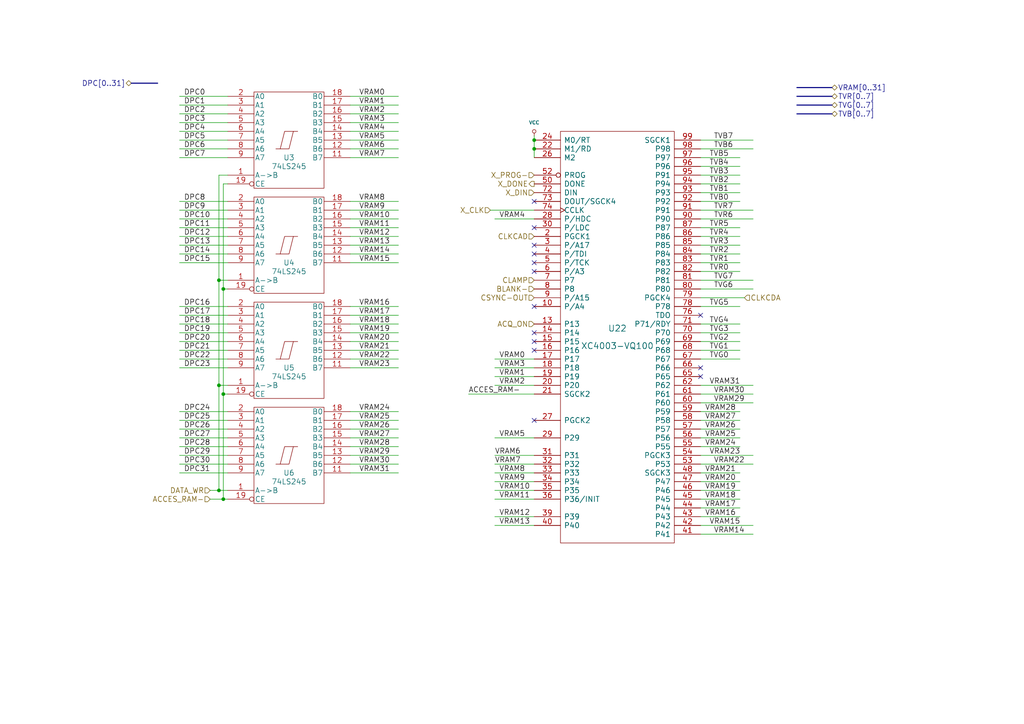
<source format=kicad_sch>
(kicad_sch (version 20211123) (generator eeschema)
  (paper "A4")
  (title_block (title "Video") (date "Sun 22 Mar 2015") (rev "2.0B") (company "Kicad EDA"))
  (lib_symbols
    (symbol "video_schlib:74LS245" (pin_names (offset 0.254))
      (property "Reference" "U" (at 2.54 14.605 0))
      (property "Value" "74LS245" (at 1.27 -14.605 0))
      (symbol "74LS245_0_0"
        (pin power_in line (at 0 -13.97 90) (length 0) hide (name "GND") (number "10"))
        (pin power_in line (at 0 13.97 270) (length 0) hide (name "VCC") (number "20"))
      )
      (symbol "74LS245_0_1"
        (rectangle (start -10.16 13.97) (end 10.16 -13.97))
        (polyline (pts (xy 1.27 2.54) (xy 0 -2.54) (xy -2.54 -2.54)))
        (polyline (pts (xy 2.54 2.54) (xy -1.27 2.54) (xy -2.54 -2.54) (xy -3.81 -2.54)))
      )
      (symbol "74LS245_1_1"
        (pin input line (at -17.78 -10.16 0) (length 7.62) (name "A->B") (number "1"))
        (pin tri_state line (at 17.78 -5.08 180) (length 7.62) (name "B7") (number "11"))
        (pin tri_state line (at 17.78 -2.54 180) (length 7.62) (name "B6") (number "12"))
        (pin tri_state line (at 17.78 0 180) (length 7.62) (name "B5") (number "13"))
        (pin tri_state line (at 17.78 2.54 180) (length 7.62) (name "B4") (number "14"))
        (pin tri_state line (at 17.78 5.08 180) (length 7.62) (name "B3") (number "15"))
        (pin tri_state line (at 17.78 7.62 180) (length 7.62) (name "B2") (number "16"))
        (pin tri_state line (at 17.78 10.16 180) (length 7.62) (name "B1") (number "17"))
        (pin tri_state line (at 17.78 12.7 180) (length 7.62) (name "B0") (number "18"))
        (pin input inverted (at -17.78 -12.7 0) (length 7.62) (name "CE") (number "19"))
        (pin tri_state line (at -17.78 12.7 0) (length 7.62) (name "A0") (number "2"))
        (pin tri_state line (at -17.78 10.16 0) (length 7.62) (name "A1") (number "3"))
        (pin tri_state line (at -17.78 7.62 0) (length 7.62) (name "A2") (number "4"))
        (pin tri_state line (at -17.78 5.08 0) (length 7.62) (name "A3") (number "5"))
        (pin tri_state line (at -17.78 2.54 0) (length 7.62) (name "A4") (number "6"))
        (pin tri_state line (at -17.78 0 0) (length 7.62) (name "A5") (number "7"))
        (pin tri_state line (at -17.78 -2.54 0) (length 7.62) (name "A6") (number "8"))
        (pin tri_state line (at -17.78 -5.08 0) (length 7.62) (name "A7") (number "9"))
      )
    )
    (symbol "video_schlib:VCC" (power) (pin_names (offset 0))
      (property "Value" "VCC" (at 0 2.54 0))
      (symbol "VCC_0_0"
        (pin power_in line (at 0 0 90) (length 0) hide (name "VCC") (number "1"))
      )
      (symbol "VCC_0_1"
        (polyline (pts (xy 0 0) (xy 0 0.762) (xy 0 0.762)))
        (circle (center 0 1.27) (radius 0.508))
      )
    )
    (symbol "video_schlib:XC4003-VQ100" (pin_names (offset 1.016))
      (property "Reference" "U" (at 0 2.54 0))
      (property "Value" "XC4003-VQ100" (at 0 -2.54 0))
      (symbol "XC4003-VQ100_0_1"
        (rectangle (start -16.51 -59.69) (end 16.51 59.69))
      )
      (symbol "XC4003-VQ100_1_1"
        (pin power_in line (at -13.97 -59.69 90) (length 0) hide (name "GND") (number "1"))
        (pin passive line (at -24.13 8.89 0) (length 7.62) (name "P/A4") (number "10"))
        (pin power_in line (at 3.81 59.69 270) (length 0) hide (name "VCC") (number "100"))
        (pin power_in line (at -11.43 -59.69 90) (length 0) hide (name "GND") (number "11"))
        (pin power_in line (at -13.97 59.69 270) (length 0) hide (name "VCC") (number "12"))
        (pin bidirectional line (at -24.13 3.81 0) (length 7.62) (name "P13") (number "13"))
        (pin passive line (at -24.13 1.27 0) (length 7.62) (name "P14") (number "14"))
        (pin passive line (at -24.13 -1.27 0) (length 7.62) (name "P15") (number "15"))
        (pin passive line (at -24.13 -3.81 0) (length 7.62) (name "P16") (number "16"))
        (pin passive line (at -24.13 -6.35 0) (length 7.62) (name "P17") (number "17"))
        (pin passive line (at -24.13 -8.89 0) (length 7.62) (name "P18") (number "18"))
        (pin passive line (at -24.13 -11.43 0) (length 7.62) (name "P19") (number "19"))
        (pin passive line (at -24.13 29.21 0) (length 7.62) (name "PGCK1") (number "2"))
        (pin passive line (at -24.13 -13.97 0) (length 7.62) (name "P20") (number "20"))
        (pin passive line (at -24.13 -16.51 0) (length 7.62) (name "SGCK2") (number "21"))
        (pin input line (at -24.13 54.61 0) (length 7.62) (name "M1/RD") (number "22"))
        (pin power_in line (at -8.89 -59.69 90) (length 0) hide (name "GND") (number "23"))
        (pin input line (at -24.13 57.15 0) (length 7.62) (name "M0/RT") (number "24"))
        (pin power_in line (at -11.43 59.69 270) (length 0) hide (name "VCC") (number "25"))
        (pin passive line (at -24.13 52.07 0) (length 7.62) (name "M2") (number "26"))
        (pin passive line (at -24.13 -24.13 0) (length 7.62) (name "PGCK2") (number "27"))
        (pin passive line (at -24.13 34.29 0) (length 7.62) (name "P/HDC") (number "28"))
        (pin passive line (at -24.13 -29.21 0) (length 7.62) (name "P29") (number "29"))
        (pin passive line (at -24.13 26.67 0) (length 7.62) (name "P/A17") (number "3"))
        (pin passive line (at -24.13 31.75 0) (length 7.62) (name "P/LDC") (number "30"))
        (pin passive line (at -24.13 -34.29 0) (length 7.62) (name "P31") (number "31"))
        (pin passive line (at -24.13 -36.83 0) (length 7.62) (name "P32") (number "32"))
        (pin passive line (at -24.13 -39.37 0) (length 7.62) (name "P33") (number "33"))
        (pin passive line (at -24.13 -41.91 0) (length 7.62) (name "P34") (number "34"))
        (pin passive line (at -24.13 -44.45 0) (length 7.62) (name "P35") (number "35"))
        (pin passive line (at -24.13 -46.99 0) (length 7.62) (name "P36/INIT") (number "36"))
        (pin power_in line (at -8.89 59.69 270) (length 0) hide (name "VCC") (number "37"))
        (pin power_in line (at -6.35 -59.69 90) (length 0) hide (name "GND") (number "38"))
        (pin passive line (at -24.13 -52.07 0) (length 7.62) (name "P39") (number "39"))
        (pin passive line (at -24.13 24.13 0) (length 7.62) (name "P/TDI") (number "4"))
        (pin passive line (at -24.13 -54.61 0) (length 7.62) (name "P40") (number "40"))
        (pin passive line (at 24.13 -57.15 180) (length 7.62) (name "P41") (number "41"))
        (pin passive line (at 24.13 -54.61 180) (length 7.62) (name "P42") (number "42"))
        (pin passive line (at 24.13 -52.07 180) (length 7.62) (name "P43") (number "43"))
        (pin passive line (at 24.13 -49.53 180) (length 7.62) (name "P44") (number "44"))
        (pin passive line (at 24.13 -46.99 180) (length 7.62) (name "P45") (number "45"))
        (pin passive line (at 24.13 -44.45 180) (length 7.62) (name "P46") (number "46"))
        (pin passive line (at 24.13 -41.91 180) (length 7.62) (name "P47") (number "47"))
        (pin passive line (at 24.13 -39.37 180) (length 7.62) (name "SGCK3") (number "48"))
        (pin power_in line (at -3.81 -59.69 90) (length 0) hide (name "GND") (number "49"))
        (pin passive line (at -24.13 21.59 0) (length 7.62) (name "P/TCK") (number "5"))
        (pin open_collector line (at -24.13 44.45 0) (length 7.62) (name "DONE") (number "50"))
        (pin power_in line (at -6.35 59.69 270) (length 0) hide (name "VCC") (number "51"))
        (pin input inverted (at -24.13 46.99 0) (length 7.62) (name "PROG") (number "52"))
        (pin bidirectional line (at 24.13 -36.83 180) (length 7.62) (name "P53") (number "53"))
        (pin bidirectional line (at 24.13 -34.29 180) (length 7.62) (name "PGCK3") (number "54"))
        (pin passive line (at 24.13 -31.75 180) (length 7.62) (name "P55") (number "55"))
        (pin bidirectional line (at 24.13 -29.21 180) (length 7.62) (name "P56") (number "56"))
        (pin passive line (at 24.13 -26.67 180) (length 7.62) (name "P57") (number "57"))
        (pin passive line (at 24.13 -24.13 180) (length 7.62) (name "P58") (number "58"))
        (pin passive line (at 24.13 -21.59 180) (length 7.62) (name "P59") (number "59"))
        (pin passive line (at -24.13 19.05 0) (length 7.62) (name "P/A3") (number "6"))
        (pin passive line (at 24.13 -19.05 180) (length 7.62) (name "P60") (number "60"))
        (pin passive line (at 24.13 -16.51 180) (length 7.62) (name "P61") (number "61"))
        (pin passive line (at 24.13 -13.97 180) (length 7.62) (name "P62") (number "62"))
        (pin power_in line (at -3.81 59.69 270) (length 0) hide (name "VCC") (number "63"))
        (pin power_in line (at -1.27 -59.69 90) (length 0) hide (name "GND") (number "64"))
        (pin passive line (at 24.13 -11.43 180) (length 7.62) (name "P65") (number "65"))
        (pin passive line (at 24.13 -8.89 180) (length 7.62) (name "P66") (number "66"))
        (pin passive line (at 24.13 -6.35 180) (length 7.62) (name "P67") (number "67"))
        (pin passive line (at 24.13 -3.81 180) (length 7.62) (name "P68") (number "68"))
        (pin passive line (at 24.13 -1.27 180) (length 7.62) (name "P69") (number "69"))
        (pin passive line (at -24.13 16.51 0) (length 7.62) (name "P7") (number "7"))
        (pin passive line (at 24.13 1.27 180) (length 7.62) (name "P70") (number "70"))
        (pin passive line (at 24.13 3.81 180) (length 7.62) (name "P71/RDY") (number "71"))
        (pin passive line (at -24.13 41.91 0) (length 7.62) (name "DIN") (number "72"))
        (pin passive line (at -24.13 39.37 0) (length 7.62) (name "DOUT/SGCK4") (number "73"))
        (pin input clock (at -24.13 36.83 0) (length 7.62) (name "CCLK") (number "74"))
        (pin power_in line (at -1.27 59.69 270) (length 0) hide (name "VCC") (number "75"))
        (pin output line (at 24.13 6.35 180) (length 7.62) (name "TDO") (number "76"))
        (pin power_in line (at 1.27 -59.69 90) (length 0) hide (name "GND") (number "77"))
        (pin passive line (at 24.13 8.89 180) (length 7.62) (name "P78") (number "78"))
        (pin passive line (at 24.13 11.43 180) (length 7.62) (name "PGCK4") (number "79"))
        (pin passive line (at -24.13 13.97 0) (length 7.62) (name "P8") (number "8"))
        (pin passive line (at 24.13 13.97 180) (length 7.62) (name "P80") (number "80"))
        (pin passive line (at 24.13 16.51 180) (length 7.62) (name "P81") (number "81"))
        (pin passive line (at 24.13 19.05 180) (length 7.62) (name "P82") (number "82"))
        (pin passive line (at 24.13 21.59 180) (length 7.62) (name "P83") (number "83"))
        (pin passive line (at 24.13 24.13 180) (length 7.62) (name "P84") (number "84"))
        (pin passive line (at 24.13 26.67 180) (length 7.62) (name "P85") (number "85"))
        (pin passive line (at 24.13 29.21 180) (length 7.62) (name "P86") (number "86"))
        (pin passive line (at 24.13 31.75 180) (length 7.62) (name "P87") (number "87"))
        (pin power_in line (at 3.81 -59.69 90) (length 0) hide (name "GND") (number "88"))
        (pin power_in line (at 1.27 59.69 270) (length 0) hide (name "VCC") (number "89"))
        (pin passive line (at -24.13 11.43 0) (length 7.62) (name "P/A15") (number "9"))
        (pin bidirectional line (at 24.13 34.29 180) (length 7.62) (name "P90") (number "90"))
        (pin passive line (at 24.13 36.83 180) (length 7.62) (name "P91") (number "91"))
        (pin passive line (at 24.13 39.37 180) (length 7.62) (name "P92") (number "92"))
        (pin passive line (at 24.13 41.91 180) (length 7.62) (name "P93") (number "93"))
        (pin passive line (at 24.13 44.45 180) (length 7.62) (name "P94") (number "94"))
        (pin passive line (at 24.13 46.99 180) (length 7.62) (name "P91") (number "95"))
        (pin passive line (at 24.13 49.53 180) (length 7.62) (name "P96") (number "96"))
        (pin passive line (at 24.13 52.07 180) (length 7.62) (name "P97") (number "97"))
        (pin bidirectional line (at 24.13 54.61 180) (length 7.62) (name "P98") (number "98"))
        (pin bidirectional line (at 24.13 57.15 180) (length 7.62) (name "SGCK1") (number "99"))
      )
    )
  )
  (junction (at 154.94 40.64) (diameter 0.9144))
  (junction (at 64.77 144.78) (diameter 0.9144))
  (junction (at 63.5 81.28) (diameter 0.9144))
  (junction (at 154.94 43.18) (diameter 0.9144))
  (junction (at 64.77 114.3) (diameter 0.9144))
  (junction (at 63.5 111.76) (diameter 0.9144))
  (junction (at 64.77 83.82) (diameter 0.9144))
  (junction (at 63.5 142.24) (diameter 0.9144))
  (no_connect (at 154.94 96.52))
  (no_connect (at 154.94 58.42))
  (no_connect (at 154.94 73.66))
  (no_connect (at 154.94 78.74))
  (no_connect (at 154.94 66.04))
  (no_connect (at 154.94 71.12))
  (no_connect (at 203.2 109.22))
  (no_connect (at 203.2 91.44))
  (no_connect (at 154.94 88.9))
  (no_connect (at 154.94 76.2))
  (no_connect (at 203.2 106.68))
  (no_connect (at 154.94 121.92))
  (no_connect (at 154.94 99.06))
  (no_connect (at 154.94 101.6))
  (wire (pts (xy 66.04 101.6) (xy 52.07 101.6)))
  (wire (pts (xy 143.51 149.86) (xy 154.94 149.86)))
  (wire (pts (xy 101.6 93.98) (xy 115.57 93.98)))
  (wire (pts (xy 154.94 40.64) (xy 154.94 39.37)))
  (wire (pts (xy 203.2 93.98) (xy 214.63 93.98)))
  (wire (pts (xy 203.2 101.6) (xy 214.63 101.6)))
  (wire (pts (xy 154.94 43.18) (xy 154.94 40.64)))
  (wire (pts (xy 143.51 127) (xy 154.94 127)))
  (wire (pts (xy 63.5 50.8) (xy 66.04 50.8)))
  (wire (pts (xy 143.51 144.78) (xy 154.94 144.78)))
  (wire (pts (xy 63.5 142.24) (xy 66.04 142.24)))
  (wire (pts (xy 66.04 63.5) (xy 52.07 63.5)))
  (wire (pts (xy 154.94 45.72) (xy 154.94 43.18)))
  (wire (pts (xy 101.6 45.72) (xy 115.57 45.72)))
  (wire (pts (xy 66.04 45.72) (xy 52.07 45.72)))
  (wire (pts (xy 66.04 66.04) (xy 52.07 66.04)))
  (wire (pts (xy 66.04 27.94) (xy 52.07 27.94)))
  (wire (pts (xy 66.04 58.42) (xy 52.07 58.42)))
  (wire (pts (xy 101.6 58.42) (xy 115.57 58.42)))
  (wire (pts (xy 101.6 134.62) (xy 115.57 134.62)))
  (wire (pts (xy 64.77 83.82) (xy 64.77 53.34)))
  (wire (pts (xy 203.2 45.72) (xy 214.63 45.72)))
  (wire (pts (xy 203.2 121.92) (xy 214.63 121.92)))
  (wire (pts (xy 218.44 81.28) (xy 203.2 81.28)))
  (wire (pts (xy 203.2 139.7) (xy 214.63 139.7)))
  (bus (pts (xy 231.14 25.4) (xy 241.3 25.4)))
  (wire (pts (xy 203.2 88.9) (xy 214.63 88.9)))
  (wire (pts (xy 218.44 152.4) (xy 203.2 152.4)))
  (wire (pts (xy 66.04 88.9) (xy 52.07 88.9)))
  (wire (pts (xy 218.44 114.3) (xy 203.2 114.3)))
  (wire (pts (xy 66.04 83.82) (xy 64.77 83.82)))
  (wire (pts (xy 66.04 30.48) (xy 52.07 30.48)))
  (wire (pts (xy 66.04 132.08) (xy 52.07 132.08)))
  (wire (pts (xy 154.94 60.96) (xy 142.24 60.96)))
  (wire (pts (xy 101.6 91.44) (xy 115.57 91.44)))
  (wire (pts (xy 101.6 101.6) (xy 115.57 101.6)))
  (wire (pts (xy 66.04 73.66) (xy 52.07 73.66)))
  (wire (pts (xy 66.04 35.56) (xy 52.07 35.56)))
  (wire (pts (xy 143.51 111.76) (xy 154.94 111.76)))
  (wire (pts (xy 143.51 152.4) (xy 154.94 152.4)))
  (wire (pts (xy 203.2 78.74) (xy 214.63 78.74)))
  (wire (pts (xy 203.2 124.46) (xy 214.63 124.46)))
  (wire (pts (xy 101.6 35.56) (xy 115.57 35.56)))
  (bus (pts (xy 231.14 30.48) (xy 241.3 30.48)))
  (wire (pts (xy 101.6 63.5) (xy 115.57 63.5)))
  (wire (pts (xy 101.6 73.66) (xy 115.57 73.66)))
  (wire (pts (xy 203.2 127) (xy 214.63 127)))
  (wire (pts (xy 66.04 127) (xy 52.07 127)))
  (wire (pts (xy 218.44 132.08) (xy 203.2 132.08)))
  (wire (pts (xy 66.04 119.38) (xy 52.07 119.38)))
  (wire (pts (xy 63.5 111.76) (xy 63.5 81.28)))
  (wire (pts (xy 101.6 137.16) (xy 115.57 137.16)))
  (wire (pts (xy 64.77 114.3) (xy 64.77 83.82)))
  (wire (pts (xy 101.6 43.18) (xy 115.57 43.18)))
  (wire (pts (xy 66.04 114.3) (xy 64.77 114.3)))
  (wire (pts (xy 101.6 66.04) (xy 115.57 66.04)))
  (wire (pts (xy 101.6 121.92) (xy 115.57 121.92)))
  (wire (pts (xy 203.2 66.04) (xy 214.63 66.04)))
  (wire (pts (xy 218.44 111.76) (xy 203.2 111.76)))
  (wire (pts (xy 64.77 53.34) (xy 66.04 53.34)))
  (wire (pts (xy 203.2 144.78) (xy 214.63 144.78)))
  (wire (pts (xy 101.6 124.46) (xy 115.57 124.46)))
  (wire (pts (xy 218.44 43.18) (xy 203.2 43.18)))
  (wire (pts (xy 66.04 93.98) (xy 52.07 93.98)))
  (wire (pts (xy 203.2 50.8) (xy 214.63 50.8)))
  (wire (pts (xy 66.04 121.92) (xy 52.07 121.92)))
  (wire (pts (xy 203.2 73.66) (xy 214.63 73.66)))
  (wire (pts (xy 203.2 99.06) (xy 214.63 99.06)))
  (wire (pts (xy 66.04 99.06) (xy 52.07 99.06)))
  (wire (pts (xy 66.04 68.58) (xy 52.07 68.58)))
  (wire (pts (xy 66.04 91.44) (xy 52.07 91.44)))
  (wire (pts (xy 203.2 68.58) (xy 214.63 68.58)))
  (wire (pts (xy 66.04 104.14) (xy 52.07 104.14)))
  (wire (pts (xy 203.2 53.34) (xy 214.63 53.34)))
  (wire (pts (xy 203.2 104.14) (xy 214.63 104.14)))
  (wire (pts (xy 60.96 142.24) (xy 63.5 142.24)))
  (wire (pts (xy 203.2 129.54) (xy 214.63 129.54)))
  (wire (pts (xy 66.04 124.46) (xy 52.07 124.46)))
  (wire (pts (xy 218.44 60.96) (xy 203.2 60.96)))
  (wire (pts (xy 203.2 119.38) (xy 214.63 119.38)))
  (wire (pts (xy 66.04 96.52) (xy 52.07 96.52)))
  (wire (pts (xy 101.6 104.14) (xy 115.57 104.14)))
  (wire (pts (xy 218.44 63.5) (xy 203.2 63.5)))
  (wire (pts (xy 66.04 38.1) (xy 52.07 38.1)))
  (wire (pts (xy 203.2 55.88) (xy 214.63 55.88)))
  (wire (pts (xy 143.51 142.24) (xy 154.94 142.24)))
  (wire (pts (xy 203.2 137.16) (xy 214.63 137.16)))
  (wire (pts (xy 203.2 48.26) (xy 214.63 48.26)))
  (wire (pts (xy 143.51 139.7) (xy 154.94 139.7)))
  (wire (pts (xy 101.6 132.08) (xy 115.57 132.08)))
  (wire (pts (xy 101.6 88.9) (xy 115.57 88.9)))
  (wire (pts (xy 101.6 99.06) (xy 115.57 99.06)))
  (wire (pts (xy 63.5 142.24) (xy 63.5 111.76)))
  (wire (pts (xy 66.04 43.18) (xy 52.07 43.18)))
  (wire (pts (xy 203.2 147.32) (xy 214.63 147.32)))
  (wire (pts (xy 101.6 33.02) (xy 115.57 33.02)))
  (wire (pts (xy 101.6 106.68) (xy 115.57 106.68)))
  (wire (pts (xy 66.04 60.96) (xy 52.07 60.96)))
  (wire (pts (xy 101.6 30.48) (xy 115.57 30.48)))
  (wire (pts (xy 66.04 106.68) (xy 52.07 106.68)))
  (wire (pts (xy 218.44 40.64) (xy 203.2 40.64)))
  (wire (pts (xy 143.51 106.68) (xy 154.94 106.68)))
  (bus (pts (xy 231.14 33.02) (xy 241.3 33.02)))
  (wire (pts (xy 101.6 96.52) (xy 115.57 96.52)))
  (bus (pts (xy 38.1 24.13) (xy 45.72 24.13)))
  (wire (pts (xy 203.2 76.2) (xy 214.63 76.2)))
  (wire (pts (xy 66.04 144.78) (xy 64.77 144.78)))
  (wire (pts (xy 101.6 129.54) (xy 115.57 129.54)))
  (wire (pts (xy 203.2 96.52) (xy 214.63 96.52)))
  (wire (pts (xy 101.6 127) (xy 115.57 127)))
  (wire (pts (xy 66.04 129.54) (xy 52.07 129.54)))
  (wire (pts (xy 218.44 83.82) (xy 203.2 83.82)))
  (wire (pts (xy 66.04 137.16) (xy 52.07 137.16)))
  (wire (pts (xy 66.04 33.02) (xy 52.07 33.02)))
  (wire (pts (xy 66.04 40.64) (xy 52.07 40.64)))
  (wire (pts (xy 64.77 144.78) (xy 64.77 114.3)))
  (wire (pts (xy 154.94 134.62) (xy 143.51 134.62)))
  (wire (pts (xy 101.6 38.1) (xy 115.57 38.1)))
  (wire (pts (xy 203.2 142.24) (xy 214.63 142.24)))
  (wire (pts (xy 218.44 154.94) (xy 203.2 154.94)))
  (wire (pts (xy 143.51 109.22) (xy 154.94 109.22)))
  (wire (pts (xy 203.2 86.36) (xy 215.9 86.36)))
  (wire (pts (xy 64.77 144.78) (xy 60.96 144.78)))
  (wire (pts (xy 101.6 119.38) (xy 115.57 119.38)))
  (wire (pts (xy 101.6 40.64) (xy 115.57 40.64)))
  (wire (pts (xy 101.6 60.96) (xy 115.57 60.96)))
  (wire (pts (xy 154.94 114.3) (xy 135.89 114.3)))
  (wire (pts (xy 143.51 137.16) (xy 154.94 137.16)))
  (wire (pts (xy 66.04 81.28) (xy 63.5 81.28)))
  (wire (pts (xy 203.2 71.12) (xy 214.63 71.12)))
  (wire (pts (xy 66.04 134.62) (xy 52.07 134.62)))
  (wire (pts (xy 101.6 76.2) (xy 115.57 76.2)))
  (wire (pts (xy 66.04 76.2) (xy 52.07 76.2)))
  (wire (pts (xy 203.2 58.42) (xy 214.63 58.42)))
  (wire (pts (xy 66.04 111.76) (xy 63.5 111.76)))
  (wire (pts (xy 63.5 81.28) (xy 63.5 50.8)))
  (wire (pts (xy 66.04 71.12) (xy 52.07 71.12)))
  (wire (pts (xy 101.6 68.58) (xy 115.57 68.58)))
  (wire (pts (xy 143.51 63.5) (xy 154.94 63.5)))
  (wire (pts (xy 101.6 27.94) (xy 115.57 27.94)))
  (wire (pts (xy 101.6 71.12) (xy 115.57 71.12)))
  (wire (pts (xy 218.44 116.84) (xy 203.2 116.84)))
  (wire (pts (xy 143.51 104.14) (xy 154.94 104.14)))
  (wire (pts (xy 218.44 134.62) (xy 203.2 134.62)))
  (wire (pts (xy 203.2 149.86) (xy 214.63 149.86)))
  (bus (pts (xy 231.14 27.94) (xy 241.3 27.94)))
  (wire (pts (xy 154.94 132.08) (xy 143.51 132.08)))
  (label "DPC1" (at 53.34 30.48 0) (effects (font (size 1.524 1.524))))
  (label "VRAM10" (at 144.78 142.24 0) (effects (font (size 1.524 1.524))))
  (label "TVR2" (at 205.74 73.66 0) (effects (font (size 1.524 1.524))))
  (label "VRAM30" (at 104.14 134.62 0) (effects (font (size 1.524 1.524))))
  (label "TVB4" (at 205.74 48.26 0) (effects (font (size 1.524 1.524))))
  (label "VRAM24" (at 204.47 129.54 0) (effects (font (size 1.524 1.524))))
  (label "VRAM8" (at 104.14 58.42 0) (effects (font (size 1.524 1.524))))
  (label "DPC27" (at 53.34 127 0) (effects (font (size 1.524 1.524))))
  (label "TVR0" (at 205.74 78.74 0) (effects (font (size 1.524 1.524))))
  (label "VRAM5" (at 104.14 40.64 0) (effects (font (size 1.524 1.524))))
  (label "TVB0" (at 205.74 58.42 0) (effects (font (size 1.524 1.524))))
  (label "DPC17" (at 53.34 91.44 0) (effects (font (size 1.524 1.524))))
  (label "DPC3" (at 53.34 35.56 0) (effects (font (size 1.524 1.524))))
  (label "VRAM8" (at 144.78 137.16 0) (effects (font (size 1.524 1.524))))
  (label "VRAM27" (at 204.47 121.92 0) (effects (font (size 1.524 1.524))))
  (label "VRAM11" (at 144.78 144.78 0) (effects (font (size 1.524 1.524))))
  (label "VRAM21" (at 104.14 101.6 0) (effects (font (size 1.524 1.524))))
  (label "VRAM14" (at 207.01 154.94 0) (effects (font (size 1.524 1.524))))
  (label "VRAM11" (at 104.14 66.04 0) (effects (font (size 1.524 1.524))))
  (label "VRAM20" (at 104.14 99.06 0) (effects (font (size 1.524 1.524))))
  (label "VRAM24" (at 104.14 119.38 0) (effects (font (size 1.524 1.524))))
  (label "DPC16" (at 53.34 88.9 0) (effects (font (size 1.524 1.524))))
  (label "VRAM9" (at 104.14 60.96 0) (effects (font (size 1.524 1.524))))
  (label "VRAM22" (at 207.01 134.62 0) (effects (font (size 1.524 1.524))))
  (label "VRAM5" (at 144.78 127 0) (effects (font (size 1.524 1.524))))
  (label "VRAM19" (at 204.47 142.24 0) (effects (font (size 1.524 1.524))))
  (label "TVG2" (at 205.74 99.06 0) (effects (font (size 1.524 1.524))))
  (label "VRAM17" (at 204.47 147.32 0) (effects (font (size 1.524 1.524))))
  (label "TVB7" (at 207.01 40.64 0) (effects (font (size 1.524 1.524))))
  (label "DPC18" (at 53.34 93.98 0) (effects (font (size 1.524 1.524))))
  (label "VRAM12" (at 144.78 149.86 0) (effects (font (size 1.524 1.524))))
  (label "VRAM3" (at 144.78 106.68 0) (effects (font (size 1.524 1.524))))
  (label "VRAM25" (at 104.14 121.92 0) (effects (font (size 1.524 1.524))))
  (label "VRAM30" (at 207.01 114.3 0) (effects (font (size 1.524 1.524))))
  (label "TVR4" (at 205.74 68.58 0) (effects (font (size 1.524 1.524))))
  (label "TVR5" (at 205.74 66.04 0) (effects (font (size 1.524 1.524))))
  (label "TVG4" (at 205.74 93.98 0) (effects (font (size 1.524 1.524))))
  (label "DPC20" (at 53.34 99.06 0) (effects (font (size 1.524 1.524))))
  (label "VRAM22" (at 104.14 104.14 0) (effects (font (size 1.524 1.524))))
  (label "DPC25" (at 53.34 121.92 0) (effects (font (size 1.524 1.524))))
  (label "VRAM12" (at 104.14 68.58 0) (effects (font (size 1.524 1.524))))
  (label "DPC6" (at 53.34 43.18 0) (effects (font (size 1.524 1.524))))
  (label "VRAM0" (at 144.78 104.14 0) (effects (font (size 1.524 1.524))))
  (label "TVB1" (at 205.74 55.88 0) (effects (font (size 1.524 1.524))))
  (label "DPC24" (at 53.34 119.38 0) (effects (font (size 1.524 1.524))))
  (label "VRAM27" (at 104.14 127 0) (effects (font (size 1.524 1.524))))
  (label "VRAM4" (at 104.14 38.1 0) (effects (font (size 1.524 1.524))))
  (label "VRAM23" (at 205.74 132.08 0) (effects (font (size 1.524 1.524))))
  (label "DPC10" (at 53.34 63.5 0) (effects (font (size 1.524 1.524))))
  (label "DPC12" (at 53.34 68.58 0) (effects (font (size 1.524 1.524))))
  (label "TVG5" (at 205.74 88.9 0) (effects (font (size 1.524 1.524))))
  (label "VRAM9" (at 144.78 139.7 0) (effects (font (size 1.524 1.524))))
  (label "VRAM31" (at 205.74 111.76 0) (effects (font (size 1.524 1.524))))
  (label "DPC0" (at 53.34 27.94 0) (effects (font (size 1.524 1.524))))
  (label "VRAM20" (at 204.47 139.7 0) (effects (font (size 1.524 1.524))))
  (label "DPC15" (at 53.34 76.2 0) (effects (font (size 1.524 1.524))))
  (label "TVB3" (at 205.74 50.8 0) (effects (font (size 1.524 1.524))))
  (label "DPC5" (at 53.34 40.64 0) (effects (font (size 1.524 1.524))))
  (label "VRAM0" (at 104.14 27.94 0) (effects (font (size 1.524 1.524))))
  (label "DPC29" (at 53.34 132.08 0) (effects (font (size 1.524 1.524))))
  (label "VRAM6" (at 143.51 132.08 0) (effects (font (size 1.524 1.524))))
  (label "VRAM16" (at 204.47 149.86 0) (effects (font (size 1.524 1.524))))
  (label "VRAM1" (at 104.14 30.48 0) (effects (font (size 1.524 1.524))))
  (label "VRAM18" (at 204.47 144.78 0) (effects (font (size 1.524 1.524))))
  (label "VRAM29" (at 104.14 132.08 0) (effects (font (size 1.524 1.524))))
  (label "VRAM18" (at 104.14 93.98 0) (effects (font (size 1.524 1.524))))
  (label "VRAM26" (at 104.14 124.46 0) (effects (font (size 1.524 1.524))))
  (label "TVG7" (at 207.01 81.28 0) (effects (font (size 1.524 1.524))))
  (label "VRAM6" (at 104.14 43.18 0) (effects (font (size 1.524 1.524))))
  (label "DPC28" (at 53.34 129.54 0) (effects (font (size 1.524 1.524))))
  (label "VRAM7" (at 104.14 45.72 0) (effects (font (size 1.524 1.524))))
  (label "VRAM7" (at 143.51 134.62 0) (effects (font (size 1.524 1.524))))
  (label "VRAM2" (at 144.78 111.76 0) (effects (font (size 1.524 1.524))))
  (label "VRAM14" (at 104.14 73.66 0) (effects (font (size 1.524 1.524))))
  (label "TVR3" (at 205.74 71.12 0) (effects (font (size 1.524 1.524))))
  (label "VRAM29" (at 207.01 116.84 0) (effects (font (size 1.524 1.524))))
  (label "DPC11" (at 53.34 66.04 0) (effects (font (size 1.524 1.524))))
  (label "VRAM2" (at 104.14 33.02 0) (effects (font (size 1.524 1.524))))
  (label "DPC8" (at 53.34 58.42 0) (effects (font (size 1.524 1.524))))
  (label "DPC7" (at 53.34 45.72 0) (effects (font (size 1.524 1.524))))
  (label "TVB6" (at 207.01 43.18 0) (effects (font (size 1.524 1.524))))
  (label "DPC19" (at 53.34 96.52 0) (effects (font (size 1.524 1.524))))
  (label "DPC14" (at 53.34 73.66 0) (effects (font (size 1.524 1.524))))
  (label "DPC31" (at 53.34 137.16 0) (effects (font (size 1.524 1.524))))
  (label "VRAM13" (at 104.14 71.12 0) (effects (font (size 1.524 1.524))))
  (label "TVB5" (at 205.74 45.72 0) (effects (font (size 1.524 1.524))))
  (label "VRAM28" (at 204.47 119.38 0) (effects (font (size 1.524 1.524))))
  (label "TVR6" (at 207.01 63.5 0) (effects (font (size 1.524 1.524))))
  (label "DPC23" (at 53.34 106.68 0) (effects (font (size 1.524 1.524))))
  (label "DPC21" (at 53.34 101.6 0) (effects (font (size 1.524 1.524))))
  (label "VRAM1" (at 144.78 109.22 0) (effects (font (size 1.524 1.524))))
  (label "VRAM28" (at 104.14 129.54 0) (effects (font (size 1.524 1.524))))
  (label "TVR1" (at 205.74 76.2 0) (effects (font (size 1.524 1.524))))
  (label "VRAM15" (at 104.14 76.2 0) (effects (font (size 1.524 1.524))))
  (label "DPC26" (at 53.34 124.46 0) (effects (font (size 1.524 1.524))))
  (label "TVG0" (at 205.74 104.14 0) (effects (font (size 1.524 1.524))))
  (label "VRAM4" (at 144.78 63.5 0) (effects (font (size 1.524 1.524))))
  (label "TVR7" (at 207.01 60.96 0) (effects (font (size 1.524 1.524))))
  (label "TVG6" (at 207.01 83.82 0) (effects (font (size 1.524 1.524))))
  (label "VRAM3" (at 104.14 35.56 0) (effects (font (size 1.524 1.524))))
  (label "DPC2" (at 53.34 33.02 0) (effects (font (size 1.524 1.524))))
  (label "DPC13" (at 53.34 71.12 0) (effects (font (size 1.524 1.524))))
  (label "VRAM31" (at 104.14 137.16 0) (effects (font (size 1.524 1.524))))
  (label "ACCES_RAM-" (at 135.89 114.3 0) (effects (font (size 1.524 1.524))))
  (label "TVB2" (at 205.74 53.34 0) (effects (font (size 1.524 1.524))))
  (label "VRAM16" (at 104.14 88.9 0) (effects (font (size 1.524 1.524))))
  (label "DPC30" (at 53.34 134.62 0) (effects (font (size 1.524 1.524))))
  (label "TVG1" (at 205.74 101.6 0) (effects (font (size 1.524 1.524))))
  (label "VRAM26" (at 204.47 124.46 0) (effects (font (size 1.524 1.524))))
  (label "DPC4" (at 53.34 38.1 0) (effects (font (size 1.524 1.524))))
  (label "VRAM17" (at 104.14 91.44 0) (effects (font (size 1.524 1.524))))
  (label "VRAM23" (at 104.14 106.68 0) (effects (font (size 1.524 1.524))))
  (label "VRAM15" (at 205.74 152.4 0) (effects (font (size 1.524 1.524))))
  (label "VRAM13" (at 144.78 152.4 0) (effects (font (size 1.524 1.524))))
  (label "VRAM21" (at 204.47 137.16 0) (effects (font (size 1.524 1.524))))
  (label "TVG3" (at 205.74 96.52 0) (effects (font (size 1.524 1.524))))
  (label "DPC9" (at 53.34 60.96 0) (effects (font (size 1.524 1.524))))
  (label "VRAM19" (at 104.14 96.52 0) (effects (font (size 1.524 1.524))))
  (label "VRAM25" (at 204.47 127 0) (effects (font (size 1.524 1.524))))
  (label "VRAM10" (at 104.14 63.5 0) (effects (font (size 1.524 1.524))))
  (label "DPC22" (at 53.34 104.14 0) (effects (font (size 1.524 1.524))))
  (hierarchical_label "X_CLK" (shape input) (at 142.24 60.96 180) (effects (font (size 1.524 1.524))))
  (hierarchical_label "CSYNC-OUT" (shape input) (at 154.94 86.36 180) (effects (font (size 1.524 1.524))))
  (hierarchical_label "CLAMP" (shape input) (at 154.94 81.28 180) (effects (font (size 1.524 1.524))))
  (hierarchical_label "TVG[0..7]" (shape bidirectional) (at 241.3 30.48 0) (effects (font (size 1.524 1.524))))
  (hierarchical_label "TVR[0..7]" (shape bidirectional) (at 241.3 27.94 0) (effects (font (size 1.524 1.524))))
  (hierarchical_label "X_PROG-" (shape input) (at 154.94 50.8 180) (effects (font (size 1.524 1.524))))
  (hierarchical_label "TVB[0..7]" (shape bidirectional) (at 241.3 33.02 0) (effects (font (size 1.524 1.524))))
  (hierarchical_label "CLKCAD" (shape input) (at 154.94 68.58 180) (effects (font (size 1.524 1.524))))
  (hierarchical_label "X_DONE" (shape output) (at 154.94 53.34 180) (effects (font (size 1.524 1.524))))
  (hierarchical_label "ACQ_ON" (shape input) (at 154.94 93.98 180) (effects (font (size 1.524 1.524))))
  (hierarchical_label "X_DIN" (shape input) (at 154.94 55.88 180) (effects (font (size 1.524 1.524))))
  (hierarchical_label "DPC[0..31]" (shape bidirectional) (at 38.1 24.13 180) (effects (font (size 1.524 1.524))))
  (hierarchical_label "DATA_WR" (shape input) (at 60.96 142.24 180) (effects (font (size 1.524 1.524))))
  (hierarchical_label "VRAM[0..31]" (shape bidirectional) (at 241.3 25.4 0) (effects (font (size 1.524 1.524))))
  (hierarchical_label "ACCES_RAM-" (shape input) (at 60.96 144.78 180) (effects (font (size 1.524 1.524))))
  (hierarchical_label "CLKCDA" (shape input) (at 215.9 86.36 0) (effects (font (size 1.524 1.524))))
  (hierarchical_label "BLANK-" (shape input) (at 154.94 83.82 180) (effects (font (size 1.524 1.524))))
  (symbol (lib_id "video_schlib:XC4003-VQ100") (at 179.07 97.79 0) (unit 1)
    (property "Reference" "U22" (at 179.07 95.25 0) (effects (font (size 1.778 1.778))))
    (property "Value" "XC4003-VQ100" (at 179.07 100.33 0) (effects (font (size 1.778 1.778))))
    (property "Footprint" "Package_QFP:TQFP-100_14x14mm_P0.5mm" (effects hide))
  )
  (symbol (lib_id "video_schlib:VCC") (at 154.94 39.37 0) (unit 1)
    (property "Reference" "#PWR06" (effects hide))
    (property "Value" "VCC" (at 154.94 35.56 0) (effects (font (size 1.016 1.016))))
  )
  (symbol (lib_id "video_schlib:74LS245") (at 83.82 40.64 0) (unit 1)
    (property "Reference" "U3" (at 83.82 45.72 0) (effects (font (size 1.524 1.524))))
    (property "Value" "74LS245" (at 83.82 48.26 0) (effects (font (size 1.524 1.524))))
    (property "Footprint" "Package_SO:SOIC-20W_7.5x12.8mm_P1.27mm" (effects hide))
  )
  (symbol (lib_id "video_schlib:74LS245") (at 83.82 132.08 0) (unit 1)
    (property "Reference" "U6" (at 83.82 137.16 0) (effects (font (size 1.524 1.524))))
    (property "Value" "74LS245" (at 83.82 139.7 0) (effects (font (size 1.524 1.524))))
    (property "Footprint" "Package_SO:SOIC-20W_7.5x12.8mm_P1.27mm" (effects hide))
  )
  (symbol (lib_id "video_schlib:74LS245") (at 83.82 101.6 0) (unit 1)
    (property "Reference" "U5" (at 83.82 106.68 0) (effects (font (size 1.524 1.524))))
    (property "Value" "74LS245" (at 83.82 109.22 0) (effects (font (size 1.524 1.524))))
    (property "Footprint" "Package_SO:SOIC-20W_7.5x12.8mm_P1.27mm" (effects hide))
  )
  (symbol (lib_id "video_schlib:74LS245") (at 83.82 71.12 0) (unit 1)
    (property "Reference" "U4" (at 83.82 76.2 0) (effects (font (size 1.524 1.524))))
    (property "Value" "74LS245" (at 83.82 78.74 0) (effects (font (size 1.524 1.524))))
    (property "Footprint" "Package_SO:SOIC-20W_7.5x12.8mm_P1.27mm" (effects hide))
  )
)
</source>
